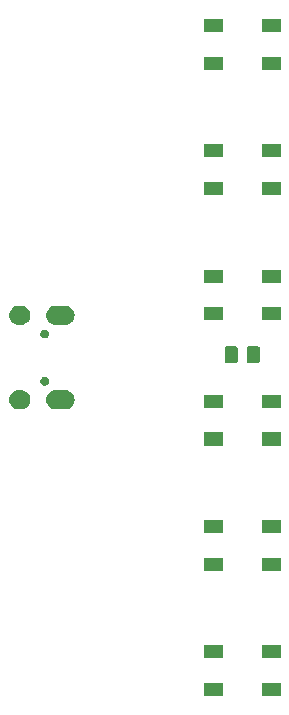
<source format=gbr>
G04 #@! TF.GenerationSoftware,KiCad,Pcbnew,5.1.4+dfsg1-1*
G04 #@! TF.CreationDate,2021-01-09T21:35:19+00:00*
G04 #@! TF.ProjectId,bike-light-board,62696b65-2d6c-4696-9768-742d626f6172,rev?*
G04 #@! TF.SameCoordinates,Original*
G04 #@! TF.FileFunction,Soldermask,Top*
G04 #@! TF.FilePolarity,Negative*
%FSLAX46Y46*%
G04 Gerber Fmt 4.6, Leading zero omitted, Abs format (unit mm)*
G04 Created by KiCad (PCBNEW 5.1.4+dfsg1-1) date 2021-01-09 21:35:19*
%MOMM*%
%LPD*%
G04 APERTURE LIST*
%ADD10C,0.350000*%
G04 APERTURE END LIST*
D10*
G36*
X3251000Y-28651000D02*
G01*
X1649000Y-28651000D01*
X1649000Y-27549000D01*
X3251000Y-27549000D01*
X3251000Y-28651000D01*
X3251000Y-28651000D01*
G37*
G36*
X-1649000Y-28651000D02*
G01*
X-3251000Y-28651000D01*
X-3251000Y-27549000D01*
X-1649000Y-27549000D01*
X-1649000Y-28651000D01*
X-1649000Y-28651000D01*
G37*
G36*
X-1649000Y-25451000D02*
G01*
X-3251000Y-25451000D01*
X-3251000Y-24349000D01*
X-1649000Y-24349000D01*
X-1649000Y-25451000D01*
X-1649000Y-25451000D01*
G37*
G36*
X3251000Y-25451000D02*
G01*
X1649000Y-25451000D01*
X1649000Y-24349000D01*
X3251000Y-24349000D01*
X3251000Y-25451000D01*
X3251000Y-25451000D01*
G37*
G36*
X-1649000Y-18051000D02*
G01*
X-3251000Y-18051000D01*
X-3251000Y-16949000D01*
X-1649000Y-16949000D01*
X-1649000Y-18051000D01*
X-1649000Y-18051000D01*
G37*
G36*
X3251000Y-18051000D02*
G01*
X1649000Y-18051000D01*
X1649000Y-16949000D01*
X3251000Y-16949000D01*
X3251000Y-18051000D01*
X3251000Y-18051000D01*
G37*
G36*
X3251000Y-14851000D02*
G01*
X1649000Y-14851000D01*
X1649000Y-13749000D01*
X3251000Y-13749000D01*
X3251000Y-14851000D01*
X3251000Y-14851000D01*
G37*
G36*
X-1649000Y-14851000D02*
G01*
X-3251000Y-14851000D01*
X-3251000Y-13749000D01*
X-1649000Y-13749000D01*
X-1649000Y-14851000D01*
X-1649000Y-14851000D01*
G37*
G36*
X3251000Y-7451000D02*
G01*
X1649000Y-7451000D01*
X1649000Y-6349000D01*
X3251000Y-6349000D01*
X3251000Y-7451000D01*
X3251000Y-7451000D01*
G37*
G36*
X-1649000Y-7451000D02*
G01*
X-3251000Y-7451000D01*
X-3251000Y-6349000D01*
X-1649000Y-6349000D01*
X-1649000Y-7451000D01*
X-1649000Y-7451000D01*
G37*
G36*
X-18592977Y-2785590D02*
G01*
X-18441988Y-2831392D01*
X-18441985Y-2831393D01*
X-18302834Y-2905771D01*
X-18180867Y-3005867D01*
X-18080771Y-3127834D01*
X-18006393Y-3266985D01*
X-18006392Y-3266988D01*
X-17960590Y-3417977D01*
X-17945125Y-3575000D01*
X-17960590Y-3732023D01*
X-18006392Y-3883012D01*
X-18006393Y-3883015D01*
X-18080771Y-4022166D01*
X-18180867Y-4144133D01*
X-18302834Y-4244229D01*
X-18441985Y-4318607D01*
X-18441988Y-4318608D01*
X-18592977Y-4364410D01*
X-18710655Y-4376000D01*
X-18989345Y-4376000D01*
X-19107023Y-4364410D01*
X-19258012Y-4318608D01*
X-19258015Y-4318607D01*
X-19397166Y-4244229D01*
X-19519133Y-4144133D01*
X-19619229Y-4022166D01*
X-19693607Y-3883015D01*
X-19693608Y-3883012D01*
X-19739410Y-3732023D01*
X-19754875Y-3575000D01*
X-19739410Y-3417977D01*
X-19693608Y-3266988D01*
X-19693607Y-3266985D01*
X-19619229Y-3127834D01*
X-19519133Y-3005867D01*
X-19397166Y-2905771D01*
X-19258015Y-2831393D01*
X-19258012Y-2831392D01*
X-19107023Y-2785590D01*
X-18989345Y-2774000D01*
X-18710655Y-2774000D01*
X-18592977Y-2785590D01*
X-18592977Y-2785590D01*
G37*
G36*
X-14852977Y-2785590D02*
G01*
X-14701988Y-2831392D01*
X-14701985Y-2831393D01*
X-14562834Y-2905771D01*
X-14440867Y-3005867D01*
X-14340771Y-3127834D01*
X-14266393Y-3266985D01*
X-14266392Y-3266988D01*
X-14220590Y-3417977D01*
X-14205125Y-3575000D01*
X-14220590Y-3732023D01*
X-14266392Y-3883012D01*
X-14266393Y-3883015D01*
X-14340771Y-4022166D01*
X-14440867Y-4144133D01*
X-14562834Y-4244229D01*
X-14701985Y-4318607D01*
X-14701988Y-4318608D01*
X-14852977Y-4364410D01*
X-14970655Y-4376000D01*
X-15849345Y-4376000D01*
X-15967023Y-4364410D01*
X-16118012Y-4318608D01*
X-16118015Y-4318607D01*
X-16257166Y-4244229D01*
X-16379133Y-4144133D01*
X-16479229Y-4022166D01*
X-16553607Y-3883015D01*
X-16553608Y-3883012D01*
X-16599410Y-3732023D01*
X-16614875Y-3575000D01*
X-16599410Y-3417977D01*
X-16553608Y-3266988D01*
X-16553607Y-3266985D01*
X-16479229Y-3127834D01*
X-16379133Y-3005867D01*
X-16257166Y-2905771D01*
X-16118015Y-2831393D01*
X-16118012Y-2831392D01*
X-15967023Y-2785590D01*
X-15849345Y-2774000D01*
X-14970655Y-2774000D01*
X-14852977Y-2785590D01*
X-14852977Y-2785590D01*
G37*
G36*
X3251000Y-4251000D02*
G01*
X1649000Y-4251000D01*
X1649000Y-3149000D01*
X3251000Y-3149000D01*
X3251000Y-4251000D01*
X3251000Y-4251000D01*
G37*
G36*
X-1649000Y-4251000D02*
G01*
X-3251000Y-4251000D01*
X-3251000Y-3149000D01*
X-1649000Y-3149000D01*
X-1649000Y-4251000D01*
X-1649000Y-4251000D01*
G37*
G36*
X-16651291Y-1629441D02*
G01*
X-16580415Y-1650941D01*
X-16580412Y-1650942D01*
X-16515096Y-1685854D01*
X-16457842Y-1732842D01*
X-16410854Y-1790096D01*
X-16375942Y-1855412D01*
X-16375941Y-1855415D01*
X-16354441Y-1926291D01*
X-16347181Y-2000000D01*
X-16354441Y-2073709D01*
X-16375941Y-2144585D01*
X-16375942Y-2144588D01*
X-16410854Y-2209904D01*
X-16457842Y-2267158D01*
X-16515096Y-2314146D01*
X-16580412Y-2349058D01*
X-16580415Y-2349059D01*
X-16651291Y-2370559D01*
X-16706532Y-2376000D01*
X-16743468Y-2376000D01*
X-16798709Y-2370559D01*
X-16869585Y-2349059D01*
X-16869588Y-2349058D01*
X-16934904Y-2314146D01*
X-16992158Y-2267158D01*
X-17039146Y-2209904D01*
X-17074058Y-2144588D01*
X-17074059Y-2144585D01*
X-17095559Y-2073709D01*
X-17102819Y-2000000D01*
X-17095559Y-1926291D01*
X-17074059Y-1855415D01*
X-17074058Y-1855412D01*
X-17039146Y-1790096D01*
X-16992158Y-1732842D01*
X-16934904Y-1685854D01*
X-16869588Y-1650942D01*
X-16869585Y-1650941D01*
X-16798709Y-1629441D01*
X-16743468Y-1624000D01*
X-16706532Y-1624000D01*
X-16651291Y-1629441D01*
X-16651291Y-1629441D01*
G37*
G36*
X-590227Y996135D02*
G01*
X-545729Y982637D01*
X-504724Y960720D01*
X-468780Y931220D01*
X-439280Y895276D01*
X-417363Y854271D01*
X-403865Y809773D01*
X-399000Y760383D01*
X-399000Y-260383D01*
X-403865Y-309773D01*
X-417363Y-354271D01*
X-439280Y-395276D01*
X-468780Y-431220D01*
X-504724Y-460720D01*
X-545729Y-482637D01*
X-590227Y-496135D01*
X-639617Y-501000D01*
X-1235383Y-501000D01*
X-1284773Y-496135D01*
X-1329271Y-482637D01*
X-1370276Y-460720D01*
X-1406220Y-431220D01*
X-1435720Y-395276D01*
X-1457637Y-354271D01*
X-1471135Y-309773D01*
X-1476000Y-260383D01*
X-1476000Y760383D01*
X-1471135Y809773D01*
X-1457637Y854271D01*
X-1435720Y895276D01*
X-1406220Y931220D01*
X-1370276Y960720D01*
X-1329271Y982637D01*
X-1284773Y996135D01*
X-1235383Y1001000D01*
X-639617Y1001000D01*
X-590227Y996135D01*
X-590227Y996135D01*
G37*
G36*
X1284773Y996135D02*
G01*
X1329271Y982637D01*
X1370276Y960720D01*
X1406220Y931220D01*
X1435720Y895276D01*
X1457637Y854271D01*
X1471135Y809773D01*
X1476000Y760383D01*
X1476000Y-260383D01*
X1471135Y-309773D01*
X1457637Y-354271D01*
X1435720Y-395276D01*
X1406220Y-431220D01*
X1370276Y-460720D01*
X1329271Y-482637D01*
X1284773Y-496135D01*
X1235383Y-501000D01*
X639617Y-501000D01*
X590227Y-496135D01*
X545729Y-482637D01*
X504724Y-460720D01*
X468780Y-431220D01*
X439280Y-395276D01*
X417363Y-354271D01*
X403865Y-309773D01*
X399000Y-260383D01*
X399000Y760383D01*
X403865Y809773D01*
X417363Y854271D01*
X439280Y895276D01*
X468780Y931220D01*
X504724Y960720D01*
X545729Y982637D01*
X590227Y996135D01*
X639617Y1001000D01*
X1235383Y1001000D01*
X1284773Y996135D01*
X1284773Y996135D01*
G37*
G36*
X-16651291Y2370559D02*
G01*
X-16580415Y2349059D01*
X-16580412Y2349058D01*
X-16515096Y2314146D01*
X-16457842Y2267158D01*
X-16410854Y2209904D01*
X-16375942Y2144588D01*
X-16375941Y2144585D01*
X-16354441Y2073709D01*
X-16347181Y2000000D01*
X-16354441Y1926291D01*
X-16375941Y1855415D01*
X-16375942Y1855412D01*
X-16410854Y1790096D01*
X-16457842Y1732842D01*
X-16515096Y1685854D01*
X-16580412Y1650942D01*
X-16580415Y1650941D01*
X-16651291Y1629441D01*
X-16706532Y1624000D01*
X-16743468Y1624000D01*
X-16798709Y1629441D01*
X-16869585Y1650941D01*
X-16869588Y1650942D01*
X-16934904Y1685854D01*
X-16992158Y1732842D01*
X-17039146Y1790096D01*
X-17074058Y1855412D01*
X-17074059Y1855415D01*
X-17095559Y1926291D01*
X-17102819Y2000000D01*
X-17095559Y2073709D01*
X-17074059Y2144585D01*
X-17074058Y2144588D01*
X-17039146Y2209904D01*
X-16992158Y2267158D01*
X-16934904Y2314146D01*
X-16869588Y2349058D01*
X-16869585Y2349059D01*
X-16798709Y2370559D01*
X-16743468Y2376000D01*
X-16706532Y2376000D01*
X-16651291Y2370559D01*
X-16651291Y2370559D01*
G37*
G36*
X-18592977Y4364410D02*
G01*
X-18441988Y4318608D01*
X-18441985Y4318607D01*
X-18302834Y4244229D01*
X-18180867Y4144133D01*
X-18080771Y4022166D01*
X-18006393Y3883015D01*
X-18006392Y3883012D01*
X-17960590Y3732023D01*
X-17945125Y3575000D01*
X-17960590Y3417977D01*
X-18006392Y3266988D01*
X-18006393Y3266985D01*
X-18080771Y3127834D01*
X-18180867Y3005867D01*
X-18302834Y2905771D01*
X-18441985Y2831393D01*
X-18441988Y2831392D01*
X-18592977Y2785590D01*
X-18710655Y2774000D01*
X-18989345Y2774000D01*
X-19107023Y2785590D01*
X-19258012Y2831392D01*
X-19258015Y2831393D01*
X-19397166Y2905771D01*
X-19519133Y3005867D01*
X-19619229Y3127834D01*
X-19693607Y3266985D01*
X-19693608Y3266988D01*
X-19739410Y3417977D01*
X-19754875Y3575000D01*
X-19739410Y3732023D01*
X-19693608Y3883012D01*
X-19693607Y3883015D01*
X-19619229Y4022166D01*
X-19519133Y4144133D01*
X-19397166Y4244229D01*
X-19258015Y4318607D01*
X-19258012Y4318608D01*
X-19107023Y4364410D01*
X-18989345Y4376000D01*
X-18710655Y4376000D01*
X-18592977Y4364410D01*
X-18592977Y4364410D01*
G37*
G36*
X-14852977Y4364410D02*
G01*
X-14701988Y4318608D01*
X-14701985Y4318607D01*
X-14562834Y4244229D01*
X-14440867Y4144133D01*
X-14340771Y4022166D01*
X-14266393Y3883015D01*
X-14266392Y3883012D01*
X-14220590Y3732023D01*
X-14205125Y3575000D01*
X-14220590Y3417977D01*
X-14266392Y3266988D01*
X-14266393Y3266985D01*
X-14340771Y3127834D01*
X-14440867Y3005867D01*
X-14562834Y2905771D01*
X-14701985Y2831393D01*
X-14701988Y2831392D01*
X-14852977Y2785590D01*
X-14970655Y2774000D01*
X-15849345Y2774000D01*
X-15967023Y2785590D01*
X-16118012Y2831392D01*
X-16118015Y2831393D01*
X-16257166Y2905771D01*
X-16379133Y3005867D01*
X-16479229Y3127834D01*
X-16553607Y3266985D01*
X-16553608Y3266988D01*
X-16599410Y3417977D01*
X-16614875Y3575000D01*
X-16599410Y3732023D01*
X-16553608Y3883012D01*
X-16553607Y3883015D01*
X-16479229Y4022166D01*
X-16379133Y4144133D01*
X-16257166Y4244229D01*
X-16118015Y4318607D01*
X-16118012Y4318608D01*
X-15967023Y4364410D01*
X-15849345Y4376000D01*
X-14970655Y4376000D01*
X-14852977Y4364410D01*
X-14852977Y4364410D01*
G37*
G36*
X3251000Y3149000D02*
G01*
X1649000Y3149000D01*
X1649000Y4251000D01*
X3251000Y4251000D01*
X3251000Y3149000D01*
X3251000Y3149000D01*
G37*
G36*
X-1649000Y3149000D02*
G01*
X-3251000Y3149000D01*
X-3251000Y4251000D01*
X-1649000Y4251000D01*
X-1649000Y3149000D01*
X-1649000Y3149000D01*
G37*
G36*
X3251000Y6349000D02*
G01*
X1649000Y6349000D01*
X1649000Y7451000D01*
X3251000Y7451000D01*
X3251000Y6349000D01*
X3251000Y6349000D01*
G37*
G36*
X-1649000Y6349000D02*
G01*
X-3251000Y6349000D01*
X-3251000Y7451000D01*
X-1649000Y7451000D01*
X-1649000Y6349000D01*
X-1649000Y6349000D01*
G37*
G36*
X3251000Y13749000D02*
G01*
X1649000Y13749000D01*
X1649000Y14851000D01*
X3251000Y14851000D01*
X3251000Y13749000D01*
X3251000Y13749000D01*
G37*
G36*
X-1649000Y13749000D02*
G01*
X-3251000Y13749000D01*
X-3251000Y14851000D01*
X-1649000Y14851000D01*
X-1649000Y13749000D01*
X-1649000Y13749000D01*
G37*
G36*
X3251000Y16949000D02*
G01*
X1649000Y16949000D01*
X1649000Y18051000D01*
X3251000Y18051000D01*
X3251000Y16949000D01*
X3251000Y16949000D01*
G37*
G36*
X-1649000Y16949000D02*
G01*
X-3251000Y16949000D01*
X-3251000Y18051000D01*
X-1649000Y18051000D01*
X-1649000Y16949000D01*
X-1649000Y16949000D01*
G37*
G36*
X3251000Y24349000D02*
G01*
X1649000Y24349000D01*
X1649000Y25451000D01*
X3251000Y25451000D01*
X3251000Y24349000D01*
X3251000Y24349000D01*
G37*
G36*
X-1649000Y24349000D02*
G01*
X-3251000Y24349000D01*
X-3251000Y25451000D01*
X-1649000Y25451000D01*
X-1649000Y24349000D01*
X-1649000Y24349000D01*
G37*
G36*
X-1649000Y27549000D02*
G01*
X-3251000Y27549000D01*
X-3251000Y28651000D01*
X-1649000Y28651000D01*
X-1649000Y27549000D01*
X-1649000Y27549000D01*
G37*
G36*
X3251000Y27549000D02*
G01*
X1649000Y27549000D01*
X1649000Y28651000D01*
X3251000Y28651000D01*
X3251000Y27549000D01*
X3251000Y27549000D01*
G37*
M02*

</source>
